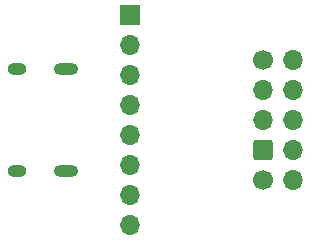
<source format=gbr>
%TF.GenerationSoftware,KiCad,Pcbnew,8.0.0-8.0.0-1~ubuntu22.04.1*%
%TF.CreationDate,2024-02-29T22:18:46-05:00*%
%TF.ProjectId,ezUSB,657a5553-422e-46b6-9963-61645f706362,rev?*%
%TF.SameCoordinates,Original*%
%TF.FileFunction,Soldermask,Bot*%
%TF.FilePolarity,Negative*%
%FSLAX46Y46*%
G04 Gerber Fmt 4.6, Leading zero omitted, Abs format (unit mm)*
G04 Created by KiCad (PCBNEW 8.0.0-8.0.0-1~ubuntu22.04.1) date 2024-02-29 22:18:46*
%MOMM*%
%LPD*%
G01*
G04 APERTURE LIST*
G04 Aperture macros list*
%AMRoundRect*
0 Rectangle with rounded corners*
0 $1 Rounding radius*
0 $2 $3 $4 $5 $6 $7 $8 $9 X,Y pos of 4 corners*
0 Add a 4 corners polygon primitive as box body*
4,1,4,$2,$3,$4,$5,$6,$7,$8,$9,$2,$3,0*
0 Add four circle primitives for the rounded corners*
1,1,$1+$1,$2,$3*
1,1,$1+$1,$4,$5*
1,1,$1+$1,$6,$7*
1,1,$1+$1,$8,$9*
0 Add four rect primitives between the rounded corners*
20,1,$1+$1,$2,$3,$4,$5,0*
20,1,$1+$1,$4,$5,$6,$7,0*
20,1,$1+$1,$6,$7,$8,$9,0*
20,1,$1+$1,$8,$9,$2,$3,0*%
G04 Aperture macros list end*
%ADD10R,1.700000X1.700000*%
%ADD11O,1.700000X1.700000*%
%ADD12O,2.100000X1.000000*%
%ADD13O,1.600000X1.000000*%
%ADD14C,1.700000*%
%ADD15RoundRect,0.250000X-0.600000X-0.600000X0.600000X-0.600000X0.600000X0.600000X-0.600000X0.600000X0*%
G04 APERTURE END LIST*
D10*
%TO.C,J4*%
X73000000Y-76625000D03*
D11*
X73000000Y-79165000D03*
X73000000Y-81705000D03*
X73000000Y-84245000D03*
X73000000Y-86785000D03*
X73000000Y-89325000D03*
X73000000Y-91865000D03*
X73000000Y-94405000D03*
%TD*%
D12*
%TO.C,J2*%
X67605000Y-81180000D03*
D13*
X63425000Y-81180000D03*
D12*
X67605000Y-89820000D03*
D13*
X63425000Y-89820000D03*
%TD*%
D14*
%TO.C,J3*%
X84225000Y-80415000D03*
D11*
X86765000Y-80415000D03*
X84225000Y-82955000D03*
X86765000Y-82955000D03*
X84225000Y-85495000D03*
X86765000Y-85495000D03*
D15*
X84225000Y-88035000D03*
D11*
X86765000Y-88035000D03*
D14*
X84225000Y-90575000D03*
D11*
X86765000Y-90575000D03*
%TD*%
M02*

</source>
